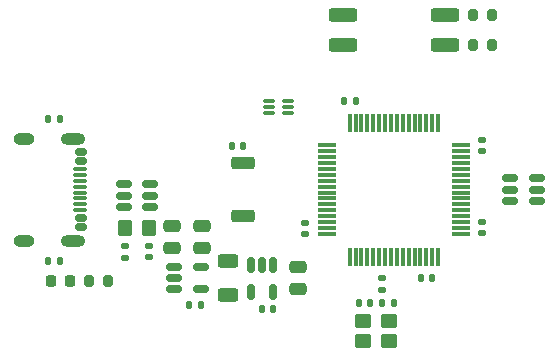
<source format=gbr>
%TF.GenerationSoftware,KiCad,Pcbnew,9.0.6*%
%TF.CreationDate,2025-12-11T07:51:36+01:00*%
%TF.ProjectId,ch32-baseboard-kicad,63683332-2d62-4617-9365-626f6172642d,rev?*%
%TF.SameCoordinates,PX5b8d800PY8954400*%
%TF.FileFunction,Paste,Top*%
%TF.FilePolarity,Positive*%
%FSLAX46Y46*%
G04 Gerber Fmt 4.6, Leading zero omitted, Abs format (unit mm)*
G04 Created by KiCad (PCBNEW 9.0.6) date 2025-12-11 07:51:36*
%MOMM*%
%LPD*%
G01*
G04 APERTURE LIST*
G04 Aperture macros list*
%AMRoundRect*
0 Rectangle with rounded corners*
0 $1 Rounding radius*
0 $2 $3 $4 $5 $6 $7 $8 $9 X,Y pos of 4 corners*
0 Add a 4 corners polygon primitive as box body*
4,1,4,$2,$3,$4,$5,$6,$7,$8,$9,$2,$3,0*
0 Add four circle primitives for the rounded corners*
1,1,$1+$1,$2,$3*
1,1,$1+$1,$4,$5*
1,1,$1+$1,$6,$7*
1,1,$1+$1,$8,$9*
0 Add four rect primitives between the rounded corners*
20,1,$1+$1,$2,$3,$4,$5,0*
20,1,$1+$1,$4,$5,$6,$7,0*
20,1,$1+$1,$6,$7,$8,$9,0*
20,1,$1+$1,$8,$9,$2,$3,0*%
G04 Aperture macros list end*
%ADD10RoundRect,0.250000X-0.350000X-0.450000X0.350000X-0.450000X0.350000X0.450000X-0.350000X0.450000X0*%
%ADD11RoundRect,0.200000X0.200000X0.275000X-0.200000X0.275000X-0.200000X-0.275000X0.200000X-0.275000X0*%
%ADD12RoundRect,0.135000X-0.135000X-0.185000X0.135000X-0.185000X0.135000X0.185000X-0.135000X0.185000X0*%
%ADD13RoundRect,0.140000X-0.140000X-0.170000X0.140000X-0.170000X0.140000X0.170000X-0.140000X0.170000X0*%
%ADD14RoundRect,0.140000X0.170000X-0.140000X0.170000X0.140000X-0.170000X0.140000X-0.170000X-0.140000X0*%
%ADD15RoundRect,0.250000X0.475000X-0.250000X0.475000X0.250000X-0.475000X0.250000X-0.475000X-0.250000X0*%
%ADD16RoundRect,0.150000X0.512500X0.150000X-0.512500X0.150000X-0.512500X-0.150000X0.512500X-0.150000X0*%
%ADD17RoundRect,0.140000X-0.170000X0.140000X-0.170000X-0.140000X0.170000X-0.140000X0.170000X0.140000X0*%
%ADD18RoundRect,0.135000X0.185000X-0.135000X0.185000X0.135000X-0.185000X0.135000X-0.185000X-0.135000X0*%
%ADD19RoundRect,0.140000X0.140000X0.170000X-0.140000X0.170000X-0.140000X-0.170000X0.140000X-0.170000X0*%
%ADD20RoundRect,0.150000X-0.350000X0.150000X-0.350000X-0.150000X0.350000X-0.150000X0.350000X0.150000X0*%
%ADD21RoundRect,0.075000X-0.500000X0.075000X-0.500000X-0.075000X0.500000X-0.075000X0.500000X0.075000X0*%
%ADD22O,2.100000X1.000000*%
%ADD23O,1.800000X1.000000*%
%ADD24RoundRect,0.150000X-0.512500X-0.150000X0.512500X-0.150000X0.512500X0.150000X-0.512500X0.150000X0*%
%ADD25RoundRect,0.250000X-0.970000X-0.310000X0.970000X-0.310000X0.970000X0.310000X-0.970000X0.310000X0*%
%ADD26RoundRect,0.250000X0.750000X-0.275000X0.750000X0.275000X-0.750000X0.275000X-0.750000X-0.275000X0*%
%ADD27RoundRect,0.250000X-0.625000X0.312500X-0.625000X-0.312500X0.625000X-0.312500X0.625000X0.312500X0*%
%ADD28RoundRect,0.075000X0.075000X-0.700000X0.075000X0.700000X-0.075000X0.700000X-0.075000X-0.700000X0*%
%ADD29RoundRect,0.075000X0.700000X-0.075000X0.700000X0.075000X-0.700000X0.075000X-0.700000X-0.075000X0*%
%ADD30RoundRect,0.250000X-0.450000X-0.350000X0.450000X-0.350000X0.450000X0.350000X-0.450000X0.350000X0*%
%ADD31RoundRect,0.045000X-0.450000X-0.105000X0.450000X-0.105000X0.450000X0.105000X-0.450000X0.105000X0*%
%ADD32RoundRect,0.150000X-0.150000X0.512500X-0.150000X-0.512500X0.150000X-0.512500X0.150000X0.512500X0*%
%ADD33RoundRect,0.218750X-0.218750X-0.256250X0.218750X-0.256250X0.218750X0.256250X-0.218750X0.256250X0*%
G04 APERTURE END LIST*
D10*
%TO.C,R3*%
X13000000Y15750000D03*
X11000000Y15750000D03*
%TD*%
D11*
%TO.C,R5*%
X9575000Y11250000D03*
X7925000Y11250000D03*
%TD*%
D12*
%TO.C,R2*%
X4490000Y25000000D03*
X5510000Y25000000D03*
%TD*%
D13*
%TO.C,C6*%
X22590000Y8900000D03*
X23550000Y8900000D03*
%TD*%
D14*
%TO.C,C12*%
X26250000Y15250000D03*
X26250000Y16210000D03*
%TD*%
D15*
%TO.C,C7*%
X25600000Y10550000D03*
X25600000Y12450000D03*
%TD*%
D16*
%TO.C,D4*%
X45887500Y18050000D03*
X45887500Y19000000D03*
X45887500Y19950000D03*
X43612500Y19950000D03*
X43612500Y19000000D03*
X43612500Y18050000D03*
%TD*%
D17*
%TO.C,C2*%
X13000000Y14230000D03*
X13000000Y13270000D03*
%TD*%
D18*
%TO.C,R8*%
X32750000Y10490000D03*
X32750000Y11510000D03*
%TD*%
D19*
%TO.C,C4*%
X17387500Y9250000D03*
X16427500Y9250000D03*
%TD*%
D20*
%TO.C,J1*%
X7255000Y22200000D03*
X7255000Y21400000D03*
D21*
X7180000Y20250000D03*
X7180000Y19250000D03*
X7180000Y18750000D03*
X7180000Y17750000D03*
D20*
X7255000Y16600000D03*
X7255000Y15800000D03*
X7255000Y15800000D03*
X7255000Y16600000D03*
D21*
X7180000Y17250000D03*
X7180000Y18250000D03*
X7180000Y19750000D03*
X7180000Y20750000D03*
D20*
X7255000Y21400000D03*
X7255000Y22200000D03*
D22*
X6605000Y23320000D03*
D23*
X2425000Y23320000D03*
D22*
X6605000Y14680000D03*
D23*
X2425000Y14680000D03*
%TD*%
D24*
%TO.C,D1*%
X10862500Y19450000D03*
X10862500Y18500000D03*
X10862500Y17550000D03*
X13137500Y17550000D03*
X13137500Y18500000D03*
X13137500Y19450000D03*
%TD*%
D25*
%TO.C,SW1*%
X29445000Y33770000D03*
X29445000Y31230000D03*
X38055000Y31230000D03*
X38055000Y33770000D03*
%TD*%
D13*
%TO.C,C14*%
X32770000Y9400000D03*
X33730000Y9400000D03*
%TD*%
%TO.C,C11*%
X36020000Y11500000D03*
X36980000Y11500000D03*
%TD*%
D12*
%TO.C,R1*%
X4490000Y13000000D03*
X5510000Y13000000D03*
%TD*%
D26*
%TO.C,SW2*%
X21000000Y16800000D03*
X21000000Y21250000D03*
%TD*%
D27*
%TO.C,R4*%
X19700000Y12962500D03*
X19700000Y10037500D03*
%TD*%
D28*
%TO.C,U1*%
X30000000Y13325000D03*
X30500000Y13325000D03*
X31000000Y13325000D03*
X31500000Y13325000D03*
X32000000Y13325000D03*
X32500000Y13325000D03*
X33000000Y13325000D03*
X33500000Y13325000D03*
X34000000Y13325000D03*
X34500000Y13325000D03*
X35000000Y13325000D03*
X35500000Y13325000D03*
X36000000Y13325000D03*
X36500000Y13325000D03*
X37000000Y13325000D03*
X37500000Y13325000D03*
D29*
X39425000Y15250000D03*
X39425000Y15750000D03*
X39425000Y16250000D03*
X39425000Y16750000D03*
X39425000Y17250000D03*
X39425000Y17750000D03*
X39425000Y18250000D03*
X39425000Y18750000D03*
X39425000Y19250000D03*
X39425000Y19750000D03*
X39425000Y20250000D03*
X39425000Y20750000D03*
X39425000Y21250000D03*
X39425000Y21750000D03*
X39425000Y22250000D03*
X39425000Y22750000D03*
D28*
X37500000Y24675000D03*
X37000000Y24675000D03*
X36500000Y24675000D03*
X36000000Y24675000D03*
X35500000Y24675000D03*
X35000000Y24675000D03*
X34500000Y24675000D03*
X34000000Y24675000D03*
X33500000Y24675000D03*
X33000000Y24675000D03*
X32500000Y24675000D03*
X32000000Y24675000D03*
X31500000Y24675000D03*
X31000000Y24675000D03*
X30500000Y24675000D03*
X30000000Y24675000D03*
D29*
X28075000Y22750000D03*
X28075000Y22250000D03*
X28075000Y21750000D03*
X28075000Y21250000D03*
X28075000Y20750000D03*
X28075000Y20250000D03*
X28075000Y19750000D03*
X28075000Y19250000D03*
X28075000Y18750000D03*
X28075000Y18250000D03*
X28075000Y17750000D03*
X28075000Y17250000D03*
X28075000Y16750000D03*
X28075000Y16250000D03*
X28075000Y15750000D03*
X28075000Y15250000D03*
%TD*%
D11*
%TO.C,R6*%
X42075000Y33750000D03*
X40425000Y33750000D03*
%TD*%
D13*
%TO.C,C8*%
X29540000Y26500000D03*
X30500000Y26500000D03*
%TD*%
D17*
%TO.C,C1*%
X11000000Y14210000D03*
X11000000Y13250000D03*
%TD*%
D19*
%TO.C,C13*%
X31730000Y9400000D03*
X30770000Y9400000D03*
%TD*%
D30*
%TO.C,X1*%
X31150000Y6150000D03*
X33350000Y6150000D03*
X33350000Y7850000D03*
X31150000Y7850000D03*
%TD*%
D31*
%TO.C,D3*%
X23195000Y26500000D03*
X23195000Y26000000D03*
X23195000Y25500000D03*
X24805000Y25500000D03*
X24805000Y26000000D03*
X24805000Y26500000D03*
%TD*%
D32*
%TO.C,U3*%
X23550000Y12637500D03*
X22600000Y12637500D03*
X21650000Y12637500D03*
X21650000Y10362500D03*
X23550000Y10362500D03*
%TD*%
D15*
%TO.C,C3*%
X15000000Y14050000D03*
X15000000Y15950000D03*
%TD*%
D24*
%TO.C,U2*%
X15112500Y12450000D03*
X15112500Y11500000D03*
X15112500Y10550000D03*
X17387500Y10550000D03*
X17387500Y12450000D03*
%TD*%
D19*
%TO.C,C15*%
X21000000Y22700000D03*
X20040000Y22700000D03*
%TD*%
D15*
%TO.C,C5*%
X17500000Y14050000D03*
X17500000Y15950000D03*
%TD*%
D33*
%TO.C,D2*%
X4712500Y11250000D03*
X6287500Y11250000D03*
%TD*%
D17*
%TO.C,C10*%
X41250000Y16250000D03*
X41250000Y15290000D03*
%TD*%
%TO.C,C9*%
X41250000Y23210000D03*
X41250000Y22250000D03*
%TD*%
D11*
%TO.C,R7*%
X42075000Y31250000D03*
X40425000Y31250000D03*
%TD*%
M02*

</source>
